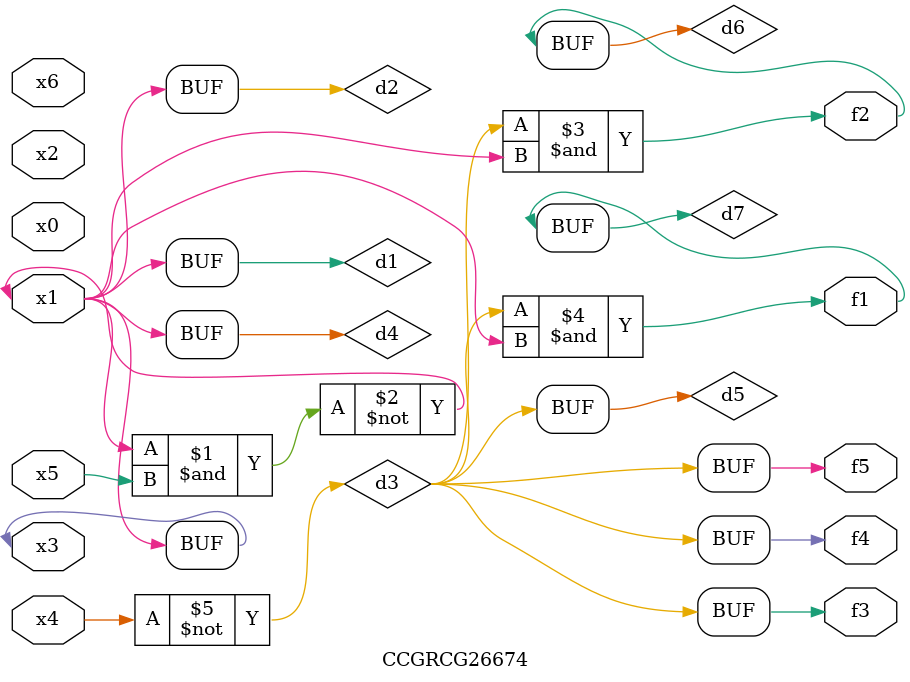
<source format=v>
module CCGRCG26674(
	input x0, x1, x2, x3, x4, x5, x6,
	output f1, f2, f3, f4, f5
);

	wire d1, d2, d3, d4, d5, d6, d7;

	buf (d1, x1, x3);
	nand (d2, x1, x5);
	not (d3, x4);
	buf (d4, d1, d2);
	buf (d5, d3);
	and (d6, d3, d4);
	and (d7, d3, d4);
	assign f1 = d7;
	assign f2 = d6;
	assign f3 = d5;
	assign f4 = d5;
	assign f5 = d5;
endmodule

</source>
